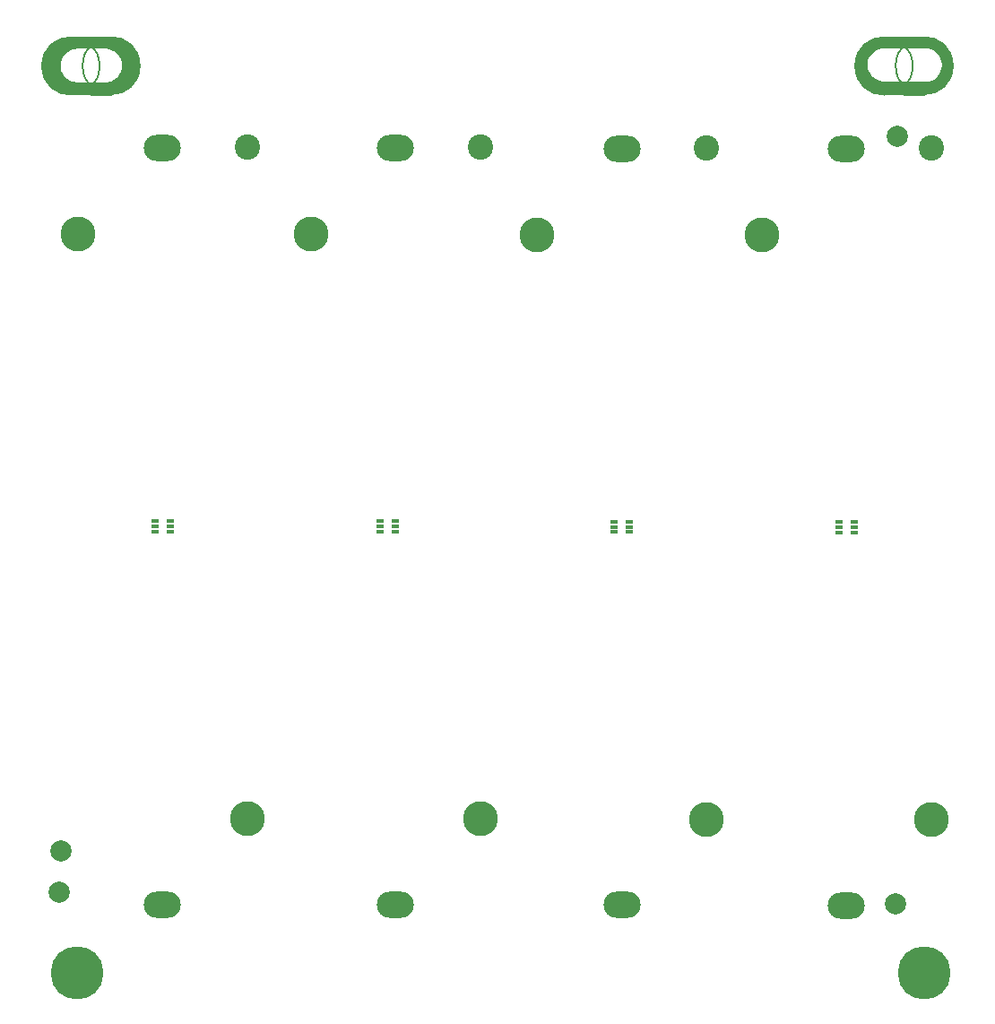
<source format=gbr>
%TF.GenerationSoftware,KiCad,Pcbnew,9.0.3*%
%TF.CreationDate,2025-09-24T18:51:33-07:00*%
%TF.ProjectId,battery_pack_v2,62617474-6572-4795-9f70-61636b5f7632,rev?*%
%TF.SameCoordinates,Original*%
%TF.FileFunction,Soldermask,Top*%
%TF.FilePolarity,Negative*%
%FSLAX46Y46*%
G04 Gerber Fmt 4.6, Leading zero omitted, Abs format (unit mm)*
G04 Created by KiCad (PCBNEW 9.0.3) date 2025-09-24 18:51:33*
%MOMM*%
%LPD*%
G01*
G04 APERTURE LIST*
G04 Aperture macros list*
%AMRoundRect*
0 Rectangle with rounded corners*
0 $1 Rounding radius*
0 $2 $3 $4 $5 $6 $7 $8 $9 X,Y pos of 4 corners*
0 Add a 4 corners polygon primitive as box body*
4,1,4,$2,$3,$4,$5,$6,$7,$8,$9,$2,$3,0*
0 Add four circle primitives for the rounded corners*
1,1,$1+$1,$2,$3*
1,1,$1+$1,$4,$5*
1,1,$1+$1,$6,$7*
1,1,$1+$1,$8,$9*
0 Add four rect primitives between the rounded corners*
20,1,$1+$1,$2,$3,$4,$5,0*
20,1,$1+$1,$4,$5,$6,$7,0*
20,1,$1+$1,$6,$7,$8,$9,0*
20,1,$1+$1,$8,$9,$2,$3,0*%
G04 Aperture macros list end*
%ADD10C,0.150000*%
%ADD11C,5.000000*%
%ADD12C,3.300000*%
%ADD13C,2.400000*%
%ADD14O,3.500000X2.500000*%
%ADD15C,2.000000*%
%ADD16RoundRect,0.087500X-0.250000X-0.087500X0.250000X-0.087500X0.250000X0.087500X-0.250000X0.087500X0*%
G04 APERTURE END LIST*
D10*
X116650476Y-45874617D02*
G75*
G02*
X111235682Y-45874617I-2707397J0D01*
G01*
X111235682Y-45874617D02*
G75*
G02*
X116650476Y-45874617I2707397J0D01*
G01*
X120435487Y-45849319D02*
G75*
G02*
X115050671Y-45849319I-2692408J0D01*
G01*
X115050671Y-45849319D02*
G75*
G02*
X120435487Y-45849319I2692408J0D01*
G01*
X193450476Y-45874617D02*
G75*
G02*
X188035682Y-45874617I-2707397J0D01*
G01*
X188035682Y-45874617D02*
G75*
G02*
X193450476Y-45874617I2707397J0D01*
G01*
X113943079Y-48571364D02*
X117743079Y-48577871D01*
X194593079Y-43171364D02*
X190793079Y-43177871D01*
X190743079Y-48571364D02*
X194543079Y-48577871D01*
X197235487Y-45849319D02*
G75*
G02*
X191850671Y-45849319I-2692408J0D01*
G01*
X191850671Y-45849319D02*
G75*
G02*
X197235487Y-45849319I2692408J0D01*
G01*
X117793079Y-43171364D02*
X113993079Y-43177871D01*
D11*
%TO.C,*%
X194500000Y-131530000D03*
%TD*%
D12*
%TO.C,BT3*%
X130600000Y-116950000D03*
X114600000Y-61750000D03*
D13*
X130600000Y-53550000D03*
D14*
X122600000Y-53630000D03*
X122600000Y-125070000D03*
%TD*%
D15*
%TO.C,TP2*%
X113000000Y-120000000D03*
%TD*%
D16*
%TO.C,U5*%
X165287500Y-88890000D03*
X165287500Y-89390000D03*
X165287500Y-89890000D03*
X166712500Y-89890000D03*
X166712500Y-89390000D03*
X166712500Y-88890000D03*
%TD*%
%TO.C,U2*%
X121887500Y-88850000D03*
X121887500Y-89350000D03*
X121887500Y-89850000D03*
X123312500Y-89850000D03*
X123312500Y-89350000D03*
X123312500Y-88850000D03*
%TD*%
D15*
%TO.C,TP5*%
X192000000Y-52550000D03*
%TD*%
D12*
%TO.C,BT1*%
X152600000Y-116970000D03*
X136600000Y-61770000D03*
D13*
X152600000Y-53570000D03*
D14*
X144600000Y-53650000D03*
X144600000Y-125090000D03*
%TD*%
D12*
%TO.C,BT2*%
X174000000Y-116990000D03*
X158000000Y-61790000D03*
D13*
X174000000Y-53590000D03*
D14*
X166000000Y-53670000D03*
X166000000Y-125110000D03*
%TD*%
D16*
%TO.C,U4*%
X143175000Y-88870000D03*
X143175000Y-89370000D03*
X143175000Y-89870000D03*
X144600000Y-89870000D03*
X144600000Y-89370000D03*
X144600000Y-88870000D03*
%TD*%
%TO.C,U6*%
X186487500Y-88900000D03*
X186487500Y-89400000D03*
X186487500Y-89900000D03*
X187912500Y-89900000D03*
X187912500Y-89400000D03*
X187912500Y-88900000D03*
%TD*%
D11*
%TO.C,*%
X114500000Y-131530000D03*
%TD*%
D15*
%TO.C,TP4*%
X112860000Y-123900000D03*
%TD*%
%TO.C,TP3*%
X191800000Y-125000000D03*
%TD*%
D12*
%TO.C,BT4*%
X195200000Y-117000000D03*
X179200000Y-61800000D03*
D13*
X195200000Y-53600000D03*
D14*
X187200000Y-53680000D03*
X187200000Y-125120000D03*
%TD*%
G36*
X113842180Y-43172174D02*
G01*
X117737436Y-43163506D01*
X117746926Y-43163843D01*
X118394290Y-43211290D01*
X118433542Y-43220645D01*
X119002532Y-43457725D01*
X119025518Y-43470249D01*
X119487197Y-43788081D01*
X119508982Y-43807108D01*
X119990500Y-44336779D01*
X120005757Y-44357459D01*
X120183905Y-44659084D01*
X120197526Y-44692100D01*
X120439378Y-45642900D01*
X120443258Y-45672457D01*
X120448767Y-46134094D01*
X120440934Y-46179355D01*
X120103608Y-47090255D01*
X120094849Y-47109011D01*
X119907608Y-47436684D01*
X119889417Y-47461102D01*
X119466304Y-47905034D01*
X119450696Y-47918903D01*
X119067653Y-48206185D01*
X119049535Y-48217509D01*
X118755076Y-48368466D01*
X118730060Y-48378088D01*
X118009032Y-48570363D01*
X117976566Y-48574617D01*
X113654443Y-48574617D01*
X113631903Y-48572585D01*
X113113558Y-48478340D01*
X113074882Y-48464502D01*
X112603354Y-48202401D01*
X112591334Y-48194801D01*
X112251582Y-47952121D01*
X112242975Y-47945391D01*
X112044196Y-47775571D01*
X112042022Y-47773671D01*
X111736781Y-47500558D01*
X111711399Y-47469172D01*
X111525004Y-47142981D01*
X111518770Y-47130518D01*
X111350237Y-46741155D01*
X111340843Y-46706732D01*
X111293059Y-46324460D01*
X111237617Y-45889792D01*
X111237432Y-45859425D01*
X111243553Y-45806312D01*
X112976192Y-45806312D01*
X112991951Y-46055473D01*
X113046729Y-46299027D01*
X113046735Y-46299046D01*
X113139164Y-46530941D01*
X113266952Y-46745411D01*
X113266959Y-46745421D01*
X113426909Y-46937097D01*
X113615040Y-47101212D01*
X113615039Y-47101212D01*
X113826650Y-47233662D01*
X113826655Y-47233665D01*
X114056490Y-47331163D01*
X114298791Y-47391263D01*
X114298805Y-47391265D01*
X114422952Y-47404311D01*
X114422959Y-47404312D01*
X117173179Y-47429322D01*
X117298905Y-47426987D01*
X117298908Y-47426986D01*
X117547291Y-47387651D01*
X117786469Y-47309943D01*
X117786471Y-47309942D01*
X118010548Y-47195774D01*
X118214009Y-47047955D01*
X118214010Y-47047954D01*
X118391828Y-46870140D01*
X118391833Y-46870134D01*
X118539656Y-46666678D01*
X118539656Y-46666677D01*
X118653824Y-46442614D01*
X118653827Y-46442606D01*
X118731541Y-46203435D01*
X118770884Y-45955038D01*
X118770884Y-45703561D01*
X118731541Y-45455164D01*
X118653827Y-45215993D01*
X118653824Y-45215985D01*
X118539656Y-44991922D01*
X118539656Y-44991921D01*
X118391833Y-44788465D01*
X118391828Y-44788459D01*
X118214010Y-44610645D01*
X118214009Y-44610644D01*
X118010548Y-44462825D01*
X117786471Y-44348657D01*
X117786469Y-44348656D01*
X117547291Y-44270948D01*
X117298904Y-44231613D01*
X117173155Y-44229321D01*
X114472935Y-44255106D01*
X114348411Y-44264125D01*
X114104324Y-44316509D01*
X114104318Y-44316511D01*
X113871516Y-44406663D01*
X113871509Y-44406666D01*
X113655801Y-44532338D01*
X113462555Y-44690404D01*
X113296606Y-44876907D01*
X113296602Y-44876911D01*
X113162078Y-45087214D01*
X113162071Y-45087227D01*
X113062331Y-45316071D01*
X113062328Y-45316082D01*
X112999848Y-45557784D01*
X112976192Y-45806312D01*
X111243553Y-45806312D01*
X111304863Y-45274294D01*
X111308883Y-45254104D01*
X111403895Y-44921562D01*
X111409112Y-44906831D01*
X111587965Y-44486630D01*
X111600547Y-44463906D01*
X111923302Y-44001055D01*
X111952752Y-43971074D01*
X112293083Y-43724613D01*
X112575489Y-43489275D01*
X112614703Y-43467084D01*
X113362664Y-43206533D01*
X113383399Y-43201234D01*
X113655431Y-43155895D01*
X113690320Y-43154981D01*
X113842180Y-43172174D01*
G37*
G36*
X190642180Y-43172174D02*
G01*
X194537436Y-43163506D01*
X194546926Y-43163843D01*
X195194290Y-43211290D01*
X195233542Y-43220645D01*
X195802532Y-43457725D01*
X195825518Y-43470249D01*
X196287197Y-43788081D01*
X196308982Y-43807108D01*
X196790500Y-44336779D01*
X196805757Y-44357459D01*
X196983905Y-44659084D01*
X196997526Y-44692100D01*
X197239378Y-45642900D01*
X197243258Y-45672457D01*
X197248767Y-46134094D01*
X197240934Y-46179355D01*
X196903608Y-47090255D01*
X196894849Y-47109011D01*
X196707608Y-47436684D01*
X196689417Y-47461102D01*
X196266304Y-47905034D01*
X196250696Y-47918903D01*
X195867653Y-48206185D01*
X195849535Y-48217509D01*
X195555076Y-48368466D01*
X195530060Y-48378088D01*
X194809032Y-48570363D01*
X194776566Y-48574617D01*
X190454443Y-48574617D01*
X190431903Y-48572585D01*
X189913558Y-48478340D01*
X189874882Y-48464502D01*
X189403354Y-48202401D01*
X189391334Y-48194801D01*
X189051582Y-47952121D01*
X189042975Y-47945391D01*
X188844196Y-47775571D01*
X188842022Y-47773671D01*
X188536781Y-47500558D01*
X188511399Y-47469172D01*
X188325004Y-47142981D01*
X188318770Y-47130518D01*
X188150237Y-46741155D01*
X188140843Y-46706732D01*
X188093059Y-46324460D01*
X188037617Y-45889792D01*
X188037432Y-45859425D01*
X188038017Y-45854347D01*
X189198792Y-45854347D01*
X189198792Y-45854355D01*
X189234376Y-46101854D01*
X189308616Y-46340615D01*
X189419654Y-46564659D01*
X189419658Y-46564666D01*
X189564681Y-46768328D01*
X189564690Y-46768339D01*
X189740082Y-46946541D01*
X189740085Y-46946543D01*
X189941435Y-47094799D01*
X189941438Y-47094801D01*
X190163677Y-47209378D01*
X190163682Y-47209380D01*
X190401237Y-47287406D01*
X190648134Y-47326917D01*
X190648142Y-47326918D01*
X190773264Y-47329323D01*
X194623165Y-47379321D01*
X194748888Y-47376943D01*
X194748908Y-47376941D01*
X194997283Y-47337609D01*
X195236453Y-47259902D01*
X195236455Y-47259901D01*
X195460528Y-47145734D01*
X195663975Y-46997926D01*
X195841800Y-46820106D01*
X195989621Y-46616650D01*
X196103784Y-46392597D01*
X196103787Y-46392589D01*
X196181499Y-46153423D01*
X196220840Y-45905035D01*
X196220840Y-45653564D01*
X196181499Y-45405176D01*
X196103787Y-45166010D01*
X196103784Y-45166002D01*
X195989621Y-44941949D01*
X195841800Y-44738493D01*
X195663975Y-44560673D01*
X195460528Y-44412865D01*
X195236455Y-44298698D01*
X195236453Y-44298697D01*
X194997282Y-44220990D01*
X194997284Y-44220990D01*
X194748905Y-44181657D01*
X194748900Y-44181656D01*
X194623177Y-44179322D01*
X190823995Y-44180114D01*
X190822347Y-44180104D01*
X190698098Y-44178504D01*
X190450079Y-44210161D01*
X190450077Y-44210162D01*
X190210159Y-44280611D01*
X189984394Y-44388080D01*
X189778431Y-44529878D01*
X189597475Y-44702423D01*
X189446046Y-44901402D01*
X189446043Y-44901406D01*
X189327957Y-45121807D01*
X189246181Y-45358087D01*
X189202758Y-45604345D01*
X189198792Y-45854347D01*
X188038017Y-45854347D01*
X188104863Y-45274294D01*
X188108883Y-45254104D01*
X188203895Y-44921562D01*
X188209112Y-44906831D01*
X188387965Y-44486630D01*
X188400547Y-44463906D01*
X188723302Y-44001055D01*
X188752752Y-43971074D01*
X189093083Y-43724613D01*
X189375489Y-43489275D01*
X189414703Y-43467084D01*
X190162664Y-43206533D01*
X190183399Y-43201234D01*
X190455431Y-43155895D01*
X190490320Y-43154981D01*
X190642180Y-43172174D01*
G37*
M02*

</source>
